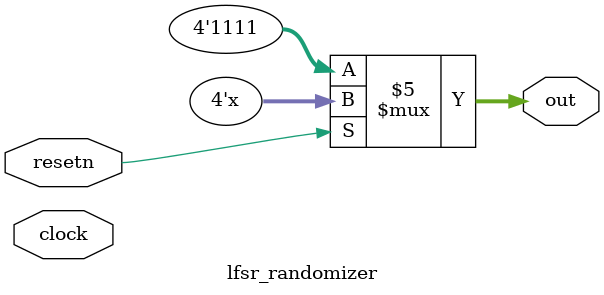
<source format=v>
module lfsr_randomizer(
input clock,
input resetn,
output reg [3:0] out);

	always @(clock) begin
		if (!resetn) begin
			out <= 4'b1111;
		end else begin
			out <= {out[2:0], out[2] ^ out[3]};
		end
	end
endmodule

</source>
